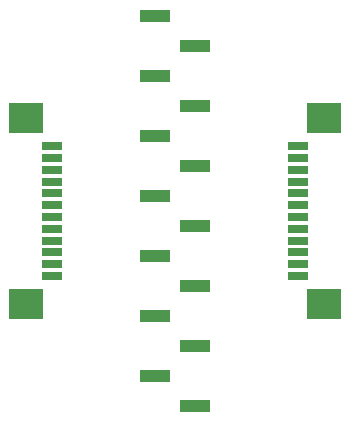
<source format=gbr>
%TF.GenerationSoftware,KiCad,Pcbnew,9.0.0*%
%TF.CreationDate,2025-03-09T13:03:08+03:00*%
%TF.ProjectId,PM_DBG-FFC,504d5f44-4247-42d4-9646-432e6b696361,rev?*%
%TF.SameCoordinates,Original*%
%TF.FileFunction,Soldermask,Top*%
%TF.FilePolarity,Negative*%
%FSLAX46Y46*%
G04 Gerber Fmt 4.6, Leading zero omitted, Abs format (unit mm)*
G04 Created by KiCad (PCBNEW 9.0.0) date 2025-03-09 13:03:08*
%MOMM*%
%LPD*%
G01*
G04 APERTURE LIST*
%ADD10R,2.510000X1.000000*%
%ADD11R,1.803400X0.635000*%
%ADD12R,2.997200X2.590800*%
G04 APERTURE END LIST*
D10*
%TO.C,J3*%
X-1655000Y16510000D03*
X1655000Y13970000D03*
X-1655000Y11430000D03*
X1655000Y8890000D03*
X-1655000Y6350000D03*
X1655000Y3810000D03*
X-1655000Y1270000D03*
X1655000Y-1270000D03*
X-1655000Y-3810000D03*
X1655000Y-6350000D03*
X-1655000Y-8890000D03*
X1655000Y-11430000D03*
X-1655000Y-13970000D03*
X1655000Y-16510000D03*
%TD*%
D11*
%TO.C,J1*%
X-10444000Y5499992D03*
X-10444000Y4499994D03*
X-10444000Y3499996D03*
X-10444000Y2499998D03*
X-10444000Y1500000D03*
X-10444000Y500000D03*
X-10444000Y-500000D03*
X-10444000Y-1500000D03*
X-10444000Y-2499998D03*
X-10444000Y-3499996D03*
X-10444000Y-4499994D03*
X-10444000Y-5499992D03*
D12*
X-12614001Y7850003D03*
X-12614001Y-7850003D03*
%TD*%
D11*
%TO.C,J2*%
X10444000Y-5499992D03*
X10444000Y-4499994D03*
X10444000Y-3499996D03*
X10444000Y-2499998D03*
X10444000Y-1500000D03*
X10444000Y-500000D03*
X10444000Y500000D03*
X10444000Y1500000D03*
X10444000Y2499998D03*
X10444000Y3499996D03*
X10444000Y4499994D03*
X10444000Y5499992D03*
D12*
X12614001Y-7850003D03*
X12614001Y7850003D03*
%TD*%
M02*

</source>
